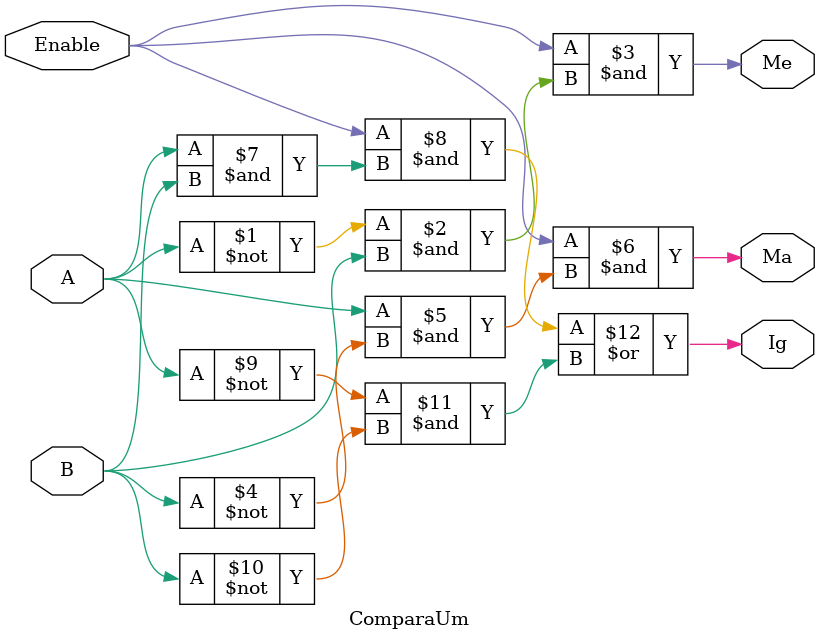
<source format=v>

module ComparaUm(A,B,Enable,Ig,Me,Ma);
input A,B,Enable;
output Ig,Ma,Me;

assign Me = Enable & (~A & B);
assign Ma = Enable & (A & ~B);
assign Ig = Enable & (A & B)|(~A & ~B);

endmodule


</source>
